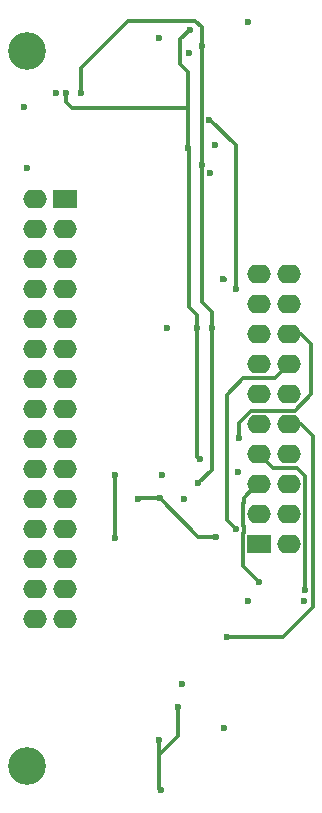
<source format=gbl>
G04*
G04 #@! TF.GenerationSoftware,Altium Limited,Altium Designer,18.1.7 (191)*
G04*
G04 Layer_Physical_Order=4*
G04 Layer_Color=16711680*
%FSLAX44Y44*%
%MOMM*%
G71*
G01*
G75*
%ADD34C,0.3000*%
%ADD35C,0.4000*%
%ADD36R,2.0000X1.6000*%
%ADD37O,2.0000X1.6000*%
%ADD38C,3.2000*%
%ADD39C,0.6000*%
D34*
X1173540Y2288540D02*
X1230376D01*
X1133856Y2248856D02*
X1173540Y2288540D01*
X1133856Y2227834D02*
Y2248856D01*
X1162154Y1851152D02*
Y1903834D01*
X1162772Y1904452D01*
X1232982Y1851660D02*
X1248156D01*
X1200150Y1884492D02*
X1232982Y1851660D01*
X1256792Y1866218D02*
Y1971934D01*
Y1866218D02*
X1264746Y1858264D01*
X1271100Y1826938D02*
X1283970Y1814068D01*
X1271100Y1826938D02*
Y1855426D01*
X1200000Y1667500D02*
Y1680000D01*
Y1638600D02*
Y1667500D01*
Y1638600D02*
X1201100Y1637500D01*
X1284600Y1921900D02*
X1296166Y1910334D01*
X1316228D01*
X1323500Y1903062D01*
Y1807624D02*
Y1903062D01*
X1322832Y1806956D02*
X1323500Y1807624D01*
X1330000Y1792500D02*
Y1937500D01*
X1304324Y1766824D02*
X1330000Y1792500D01*
X1320200Y1947300D02*
X1330000Y1937500D01*
X1256792Y1766824D02*
X1304324D01*
X1282836Y1896500D02*
X1284600D01*
X1271270Y1884934D02*
X1282836Y1896500D01*
X1271270Y1880654D02*
Y1884934D01*
X1271100Y1880484D02*
X1271270Y1880654D01*
X1271100Y1861102D02*
Y1880484D01*
Y1861102D02*
X1271246Y1860956D01*
Y1855572D02*
Y1860956D01*
X1271100Y1855426D02*
X1271246Y1855572D01*
X1231646Y1919732D02*
Y2028444D01*
Y1919732D02*
X1233932Y1917446D01*
X1232836Y1897126D02*
X1244346Y1908636D01*
Y2028444D01*
X1224534Y2213610D02*
Y2245360D01*
Y2181352D02*
Y2213610D01*
X1223010Y2215134D02*
X1224534Y2213610D01*
X1125982Y2215134D02*
X1223010D01*
X1121156Y2219960D02*
X1125982Y2215134D01*
X1121156Y2219960D02*
Y2227834D01*
X1235710Y2267204D02*
Y2283206D01*
X1230376Y2288540D02*
X1235710Y2283206D01*
X1217676Y2273554D02*
X1225550Y2281428D01*
X1217676Y2252218D02*
Y2273554D01*
Y2252218D02*
X1224534Y2245360D01*
Y2181352D02*
X1225042Y2180844D01*
Y2046478D02*
Y2180844D01*
X1235710Y2166874D02*
Y2267204D01*
X1242314Y2204466D02*
X1242568Y2204720D01*
X1225042Y2046478D02*
X1231646Y2039874D01*
Y2028444D02*
Y2039874D01*
X1244092Y2028698D02*
X1244346Y2028444D01*
X1244092Y2028698D02*
Y2042414D01*
X1235710Y2050796D02*
X1244092Y2042414D01*
X1235710Y2050796D02*
Y2166874D01*
X1242568Y2205228D02*
X1264412Y2183384D01*
X1242568Y2204720D02*
Y2205228D01*
X1264412Y2061718D02*
Y2183384D01*
X1314363Y1958800D02*
X1328674Y1973111D01*
Y2014982D01*
X1320156Y2023500D02*
X1328674Y2014982D01*
X1310000Y2023500D02*
X1320156D01*
X1277837Y1958800D02*
X1314363D01*
X1267206Y1948169D02*
X1277837Y1958800D01*
X1267206Y1935226D02*
Y1948169D01*
X1309760Y1998100D02*
X1310000D01*
X1297881Y1986221D02*
X1309760Y1998100D01*
X1271079Y1986221D02*
X1297881D01*
X1256792Y1971934D02*
X1271079Y1986221D01*
X1182690Y1884492D02*
X1200150D01*
X1182116Y1883918D02*
X1182690Y1884492D01*
X1310000Y1947300D02*
X1320200D01*
X1215728Y1683228D02*
Y1707500D01*
X1200000Y1667500D02*
X1215728Y1683228D01*
D35*
X1253998Y2070100D02*
X1254252Y2070354D01*
D36*
X1284600Y1845700D02*
D03*
X1120000Y2137800D02*
D03*
D37*
X1284600Y1871100D02*
D03*
Y1896500D02*
D03*
Y1921900D02*
D03*
Y1947300D02*
D03*
Y1972700D02*
D03*
Y1998100D02*
D03*
Y2023500D02*
D03*
Y2048900D02*
D03*
Y2074300D02*
D03*
X1310000Y1845700D02*
D03*
Y1871100D02*
D03*
Y1896500D02*
D03*
Y1921900D02*
D03*
Y1947300D02*
D03*
Y1972700D02*
D03*
Y1998100D02*
D03*
Y2023500D02*
D03*
Y2048900D02*
D03*
Y2074300D02*
D03*
X1094600Y2137800D02*
D03*
Y2112400D02*
D03*
Y2087000D02*
D03*
Y2061600D02*
D03*
Y2036200D02*
D03*
Y2010800D02*
D03*
Y1985400D02*
D03*
Y1960000D02*
D03*
Y1934600D02*
D03*
Y1909200D02*
D03*
Y1883800D02*
D03*
Y1858400D02*
D03*
Y1833000D02*
D03*
Y1807600D02*
D03*
Y1782200D02*
D03*
X1120000Y2112400D02*
D03*
Y2087000D02*
D03*
Y2061600D02*
D03*
Y2036200D02*
D03*
Y2010800D02*
D03*
Y1985400D02*
D03*
Y1960000D02*
D03*
Y1934600D02*
D03*
Y1909200D02*
D03*
Y1883800D02*
D03*
Y1858400D02*
D03*
Y1833000D02*
D03*
Y1807600D02*
D03*
Y1782200D02*
D03*
D38*
X1087500Y1657500D02*
D03*
Y2262886D02*
D03*
D39*
X1162154Y1851152D02*
D03*
X1201100Y1637500D02*
D03*
X1322500Y1797500D02*
D03*
X1233932Y1917446D02*
D03*
X1232836Y1897126D02*
D03*
X1247140Y2184000D02*
D03*
X1225000Y2261250D02*
D03*
X1235710Y2267204D02*
D03*
X1224534Y2181352D02*
D03*
X1225550Y2281428D02*
D03*
X1242314Y2204466D02*
D03*
X1256792Y1766824D02*
D03*
X1275080Y1797500D02*
D03*
X1283970Y1814068D02*
D03*
X1322832Y1806956D02*
D03*
X1220978Y1884172D02*
D03*
X1244346Y2028444D02*
D03*
X1231646D02*
D03*
X1235710Y2166874D02*
D03*
X1242426Y2159874D02*
D03*
X1133856Y2227834D02*
D03*
X1121156D02*
D03*
X1264412Y2061718D02*
D03*
X1267206Y1935226D02*
D03*
X1264746Y1858264D02*
D03*
X1201928Y1904238D02*
D03*
X1200150Y1884492D02*
D03*
X1182116Y1883918D02*
D03*
X1248156Y1851660D02*
D03*
X1162772Y1904452D02*
D03*
X1112500Y2227500D02*
D03*
X1255000Y1690000D02*
D03*
X1219050Y1727500D02*
D03*
X1215728Y1707500D02*
D03*
X1200000Y1680000D02*
D03*
X1266444Y1907032D02*
D03*
X1206246Y2028850D02*
D03*
X1253998Y2070100D02*
D03*
X1085000Y2215750D02*
D03*
X1087500Y2164500D02*
D03*
X1200000Y2274250D02*
D03*
X1275000Y2287500D02*
D03*
M02*

</source>
